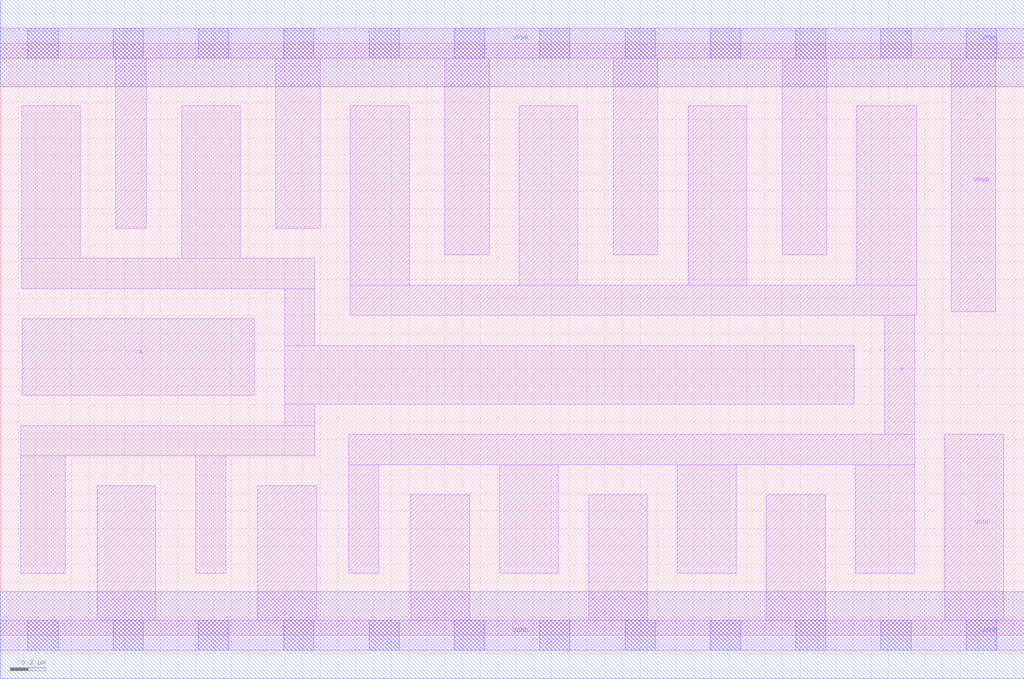
<source format=lef>
# Copyright 2020 The SkyWater PDK Authors
#
# Licensed under the Apache License, Version 2.0 (the "License");
# you may not use this file except in compliance with the License.
# You may obtain a copy of the License at
#
#     https://www.apache.org/licenses/LICENSE-2.0
#
# Unless required by applicable law or agreed to in writing, software
# distributed under the License is distributed on an "AS IS" BASIS,
# WITHOUT WARRANTIES OR CONDITIONS OF ANY KIND, either express or implied.
# See the License for the specific language governing permissions and
# limitations under the License.
#
# SPDX-License-Identifier: Apache-2.0

VERSION 5.7 ;
  NAMESCASESENSITIVE ON ;
  NOWIREEXTENSIONATPIN ON ;
  DIVIDERCHAR "/" ;
  BUSBITCHARS "[]" ;
UNITS
  DATABASE MICRONS 200 ;
END UNITS
MACRO sky130_fd_sc_ls__buf_8
  CLASS CORE ;
  SOURCE USER ;
  FOREIGN sky130_fd_sc_ls__buf_8 ;
  ORIGIN  0.000000  0.000000 ;
  SIZE  5.760000 BY  3.330000 ;
  SYMMETRY X Y ;
  SITE unit ;
  PIN A
    ANTENNAGATEAREA  0.837000 ;
    DIRECTION INPUT ;
    USE SIGNAL ;
    PORT
      LAYER li1 ;
        RECT 0.125000 1.350000 1.430000 1.780000 ;
    END
  END A
  PIN X
    ANTENNADIFFAREA  2.249300 ;
    DIRECTION OUTPUT ;
    USE SIGNAL ;
    PORT
      LAYER li1 ;
        RECT 1.960000 0.350000 2.130000 0.960000 ;
        RECT 1.960000 0.960000 5.145000 1.130000 ;
        RECT 1.970000 1.800000 5.155000 1.970000 ;
        RECT 1.970000 1.970000 2.300000 2.980000 ;
        RECT 2.810000 0.350000 3.140000 0.960000 ;
        RECT 2.920000 1.970000 3.250000 2.980000 ;
        RECT 3.810000 0.350000 4.140000 0.960000 ;
        RECT 3.870000 1.970000 4.200000 2.980000 ;
        RECT 4.810000 0.350000 5.145000 0.960000 ;
        RECT 4.820000 1.970000 5.155000 2.980000 ;
        RECT 4.975000 1.130000 5.145000 1.800000 ;
    END
  END X
  PIN VGND
    DIRECTION INOUT ;
    SHAPE ABUTMENT ;
    USE GROUND ;
    PORT
      LAYER li1 ;
        RECT 0.000000 -0.085000 5.760000 0.085000 ;
        RECT 0.545000  0.085000 0.875000 0.840000 ;
        RECT 1.450000  0.085000 1.780000 0.840000 ;
        RECT 2.310000  0.085000 2.640000 0.790000 ;
        RECT 3.310000  0.085000 3.640000 0.790000 ;
        RECT 4.310000  0.085000 4.640000 0.790000 ;
        RECT 5.315000  0.085000 5.645000 1.130000 ;
      LAYER mcon ;
        RECT 0.155000 -0.085000 0.325000 0.085000 ;
        RECT 0.635000 -0.085000 0.805000 0.085000 ;
        RECT 1.115000 -0.085000 1.285000 0.085000 ;
        RECT 1.595000 -0.085000 1.765000 0.085000 ;
        RECT 2.075000 -0.085000 2.245000 0.085000 ;
        RECT 2.555000 -0.085000 2.725000 0.085000 ;
        RECT 3.035000 -0.085000 3.205000 0.085000 ;
        RECT 3.515000 -0.085000 3.685000 0.085000 ;
        RECT 3.995000 -0.085000 4.165000 0.085000 ;
        RECT 4.475000 -0.085000 4.645000 0.085000 ;
        RECT 4.955000 -0.085000 5.125000 0.085000 ;
        RECT 5.435000 -0.085000 5.605000 0.085000 ;
      LAYER met1 ;
        RECT 0.000000 -0.245000 5.760000 0.245000 ;
    END
  END VGND
  PIN VPWR
    DIRECTION INOUT ;
    SHAPE ABUTMENT ;
    USE POWER ;
    PORT
      LAYER li1 ;
        RECT 0.000000 3.245000 5.760000 3.415000 ;
        RECT 0.650000 2.290000 0.820000 3.245000 ;
        RECT 1.550000 2.290000 1.800000 3.245000 ;
        RECT 2.500000 2.140000 2.750000 3.245000 ;
        RECT 3.450000 2.140000 3.700000 3.245000 ;
        RECT 4.400000 2.140000 4.650000 3.245000 ;
        RECT 5.350000 1.820000 5.600000 3.245000 ;
      LAYER mcon ;
        RECT 0.155000 3.245000 0.325000 3.415000 ;
        RECT 0.635000 3.245000 0.805000 3.415000 ;
        RECT 1.115000 3.245000 1.285000 3.415000 ;
        RECT 1.595000 3.245000 1.765000 3.415000 ;
        RECT 2.075000 3.245000 2.245000 3.415000 ;
        RECT 2.555000 3.245000 2.725000 3.415000 ;
        RECT 3.035000 3.245000 3.205000 3.415000 ;
        RECT 3.515000 3.245000 3.685000 3.415000 ;
        RECT 3.995000 3.245000 4.165000 3.415000 ;
        RECT 4.475000 3.245000 4.645000 3.415000 ;
        RECT 4.955000 3.245000 5.125000 3.415000 ;
        RECT 5.435000 3.245000 5.605000 3.415000 ;
      LAYER met1 ;
        RECT 0.000000 3.085000 5.760000 3.575000 ;
    END
  END VPWR
  OBS
    LAYER li1 ;
      RECT 0.115000 0.350000 0.365000 1.010000 ;
      RECT 0.115000 1.010000 1.770000 1.180000 ;
      RECT 0.120000 1.950000 1.770000 2.120000 ;
      RECT 0.120000 2.120000 0.450000 2.980000 ;
      RECT 1.020000 2.120000 1.350000 2.980000 ;
      RECT 1.100000 0.350000 1.270000 1.010000 ;
      RECT 1.600000 1.180000 1.770000 1.300000 ;
      RECT 1.600000 1.300000 4.805000 1.630000 ;
      RECT 1.600000 1.630000 1.770000 1.950000 ;
  END
END sky130_fd_sc_ls__buf_8

</source>
